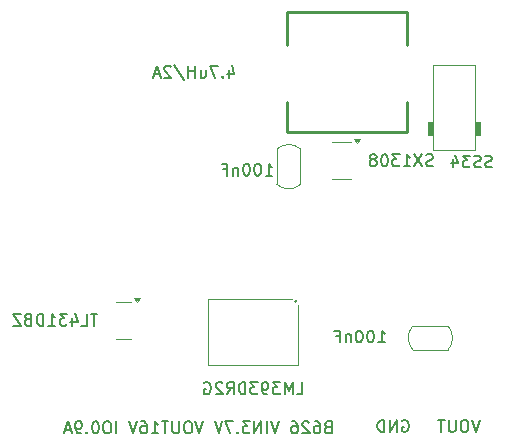
<source format=gbo>
%TF.GenerationSoftware,KiCad,Pcbnew,8.0.5*%
%TF.CreationDate,2024-10-31T21:46:15+08:00*%
%TF.ProjectId,B626_VIN3.7V_VOUT16.5V_IO0.9A,42363236-5f56-4494-9e33-2e37565f564f,rev?*%
%TF.SameCoordinates,Original*%
%TF.FileFunction,Legend,Bot*%
%TF.FilePolarity,Positive*%
%FSLAX46Y46*%
G04 Gerber Fmt 4.6, Leading zero omitted, Abs format (unit mm)*
G04 Created by KiCad (PCBNEW 8.0.5) date 2024-10-31 21:46:15*
%MOMM*%
%LPD*%
G01*
G04 APERTURE LIST*
%ADD10C,0.200000*%
%ADD11C,0.150000*%
%ADD12C,0.254000*%
%ADD13C,0.120000*%
%ADD14C,0.100000*%
G04 APERTURE END LIST*
D10*
X137173183Y-135467219D02*
X136839850Y-136467219D01*
X136839850Y-136467219D02*
X136506517Y-135467219D01*
X135982707Y-135467219D02*
X135792231Y-135467219D01*
X135792231Y-135467219D02*
X135696993Y-135514838D01*
X135696993Y-135514838D02*
X135601755Y-135610076D01*
X135601755Y-135610076D02*
X135554136Y-135800552D01*
X135554136Y-135800552D02*
X135554136Y-136133885D01*
X135554136Y-136133885D02*
X135601755Y-136324361D01*
X135601755Y-136324361D02*
X135696993Y-136419600D01*
X135696993Y-136419600D02*
X135792231Y-136467219D01*
X135792231Y-136467219D02*
X135982707Y-136467219D01*
X135982707Y-136467219D02*
X136077945Y-136419600D01*
X136077945Y-136419600D02*
X136173183Y-136324361D01*
X136173183Y-136324361D02*
X136220802Y-136133885D01*
X136220802Y-136133885D02*
X136220802Y-135800552D01*
X136220802Y-135800552D02*
X136173183Y-135610076D01*
X136173183Y-135610076D02*
X136077945Y-135514838D01*
X136077945Y-135514838D02*
X135982707Y-135467219D01*
X135125564Y-135467219D02*
X135125564Y-136276742D01*
X135125564Y-136276742D02*
X135077945Y-136371980D01*
X135077945Y-136371980D02*
X135030326Y-136419600D01*
X135030326Y-136419600D02*
X134935088Y-136467219D01*
X134935088Y-136467219D02*
X134744612Y-136467219D01*
X134744612Y-136467219D02*
X134649374Y-136419600D01*
X134649374Y-136419600D02*
X134601755Y-136371980D01*
X134601755Y-136371980D02*
X134554136Y-136276742D01*
X134554136Y-136276742D02*
X134554136Y-135467219D01*
X134220802Y-135467219D02*
X133649374Y-135467219D01*
X133935088Y-136467219D02*
X133935088Y-135467219D01*
X130606517Y-135514838D02*
X130701755Y-135467219D01*
X130701755Y-135467219D02*
X130844612Y-135467219D01*
X130844612Y-135467219D02*
X130987469Y-135514838D01*
X130987469Y-135514838D02*
X131082707Y-135610076D01*
X131082707Y-135610076D02*
X131130326Y-135705314D01*
X131130326Y-135705314D02*
X131177945Y-135895790D01*
X131177945Y-135895790D02*
X131177945Y-136038647D01*
X131177945Y-136038647D02*
X131130326Y-136229123D01*
X131130326Y-136229123D02*
X131082707Y-136324361D01*
X131082707Y-136324361D02*
X130987469Y-136419600D01*
X130987469Y-136419600D02*
X130844612Y-136467219D01*
X130844612Y-136467219D02*
X130749374Y-136467219D01*
X130749374Y-136467219D02*
X130606517Y-136419600D01*
X130606517Y-136419600D02*
X130558898Y-136371980D01*
X130558898Y-136371980D02*
X130558898Y-136038647D01*
X130558898Y-136038647D02*
X130749374Y-136038647D01*
X130130326Y-136467219D02*
X130130326Y-135467219D01*
X130130326Y-135467219D02*
X129558898Y-136467219D01*
X129558898Y-136467219D02*
X129558898Y-135467219D01*
X129082707Y-136467219D02*
X129082707Y-135467219D01*
X129082707Y-135467219D02*
X128844612Y-135467219D01*
X128844612Y-135467219D02*
X128701755Y-135514838D01*
X128701755Y-135514838D02*
X128606517Y-135610076D01*
X128606517Y-135610076D02*
X128558898Y-135705314D01*
X128558898Y-135705314D02*
X128511279Y-135895790D01*
X128511279Y-135895790D02*
X128511279Y-136038647D01*
X128511279Y-136038647D02*
X128558898Y-136229123D01*
X128558898Y-136229123D02*
X128606517Y-136324361D01*
X128606517Y-136324361D02*
X128701755Y-136419600D01*
X128701755Y-136419600D02*
X128844612Y-136467219D01*
X128844612Y-136467219D02*
X129082707Y-136467219D01*
X124296993Y-136043409D02*
X124154136Y-136091028D01*
X124154136Y-136091028D02*
X124106517Y-136138647D01*
X124106517Y-136138647D02*
X124058898Y-136233885D01*
X124058898Y-136233885D02*
X124058898Y-136376742D01*
X124058898Y-136376742D02*
X124106517Y-136471980D01*
X124106517Y-136471980D02*
X124154136Y-136519600D01*
X124154136Y-136519600D02*
X124249374Y-136567219D01*
X124249374Y-136567219D02*
X124630326Y-136567219D01*
X124630326Y-136567219D02*
X124630326Y-135567219D01*
X124630326Y-135567219D02*
X124296993Y-135567219D01*
X124296993Y-135567219D02*
X124201755Y-135614838D01*
X124201755Y-135614838D02*
X124154136Y-135662457D01*
X124154136Y-135662457D02*
X124106517Y-135757695D01*
X124106517Y-135757695D02*
X124106517Y-135852933D01*
X124106517Y-135852933D02*
X124154136Y-135948171D01*
X124154136Y-135948171D02*
X124201755Y-135995790D01*
X124201755Y-135995790D02*
X124296993Y-136043409D01*
X124296993Y-136043409D02*
X124630326Y-136043409D01*
X123201755Y-135567219D02*
X123392231Y-135567219D01*
X123392231Y-135567219D02*
X123487469Y-135614838D01*
X123487469Y-135614838D02*
X123535088Y-135662457D01*
X123535088Y-135662457D02*
X123630326Y-135805314D01*
X123630326Y-135805314D02*
X123677945Y-135995790D01*
X123677945Y-135995790D02*
X123677945Y-136376742D01*
X123677945Y-136376742D02*
X123630326Y-136471980D01*
X123630326Y-136471980D02*
X123582707Y-136519600D01*
X123582707Y-136519600D02*
X123487469Y-136567219D01*
X123487469Y-136567219D02*
X123296993Y-136567219D01*
X123296993Y-136567219D02*
X123201755Y-136519600D01*
X123201755Y-136519600D02*
X123154136Y-136471980D01*
X123154136Y-136471980D02*
X123106517Y-136376742D01*
X123106517Y-136376742D02*
X123106517Y-136138647D01*
X123106517Y-136138647D02*
X123154136Y-136043409D01*
X123154136Y-136043409D02*
X123201755Y-135995790D01*
X123201755Y-135995790D02*
X123296993Y-135948171D01*
X123296993Y-135948171D02*
X123487469Y-135948171D01*
X123487469Y-135948171D02*
X123582707Y-135995790D01*
X123582707Y-135995790D02*
X123630326Y-136043409D01*
X123630326Y-136043409D02*
X123677945Y-136138647D01*
X122725564Y-135662457D02*
X122677945Y-135614838D01*
X122677945Y-135614838D02*
X122582707Y-135567219D01*
X122582707Y-135567219D02*
X122344612Y-135567219D01*
X122344612Y-135567219D02*
X122249374Y-135614838D01*
X122249374Y-135614838D02*
X122201755Y-135662457D01*
X122201755Y-135662457D02*
X122154136Y-135757695D01*
X122154136Y-135757695D02*
X122154136Y-135852933D01*
X122154136Y-135852933D02*
X122201755Y-135995790D01*
X122201755Y-135995790D02*
X122773183Y-136567219D01*
X122773183Y-136567219D02*
X122154136Y-136567219D01*
X121296993Y-135567219D02*
X121487469Y-135567219D01*
X121487469Y-135567219D02*
X121582707Y-135614838D01*
X121582707Y-135614838D02*
X121630326Y-135662457D01*
X121630326Y-135662457D02*
X121725564Y-135805314D01*
X121725564Y-135805314D02*
X121773183Y-135995790D01*
X121773183Y-135995790D02*
X121773183Y-136376742D01*
X121773183Y-136376742D02*
X121725564Y-136471980D01*
X121725564Y-136471980D02*
X121677945Y-136519600D01*
X121677945Y-136519600D02*
X121582707Y-136567219D01*
X121582707Y-136567219D02*
X121392231Y-136567219D01*
X121392231Y-136567219D02*
X121296993Y-136519600D01*
X121296993Y-136519600D02*
X121249374Y-136471980D01*
X121249374Y-136471980D02*
X121201755Y-136376742D01*
X121201755Y-136376742D02*
X121201755Y-136138647D01*
X121201755Y-136138647D02*
X121249374Y-136043409D01*
X121249374Y-136043409D02*
X121296993Y-135995790D01*
X121296993Y-135995790D02*
X121392231Y-135948171D01*
X121392231Y-135948171D02*
X121582707Y-135948171D01*
X121582707Y-135948171D02*
X121677945Y-135995790D01*
X121677945Y-135995790D02*
X121725564Y-136043409D01*
X121725564Y-136043409D02*
X121773183Y-136138647D01*
X120154135Y-135567219D02*
X119820802Y-136567219D01*
X119820802Y-136567219D02*
X119487469Y-135567219D01*
X119154135Y-136567219D02*
X119154135Y-135567219D01*
X118677945Y-136567219D02*
X118677945Y-135567219D01*
X118677945Y-135567219D02*
X118106517Y-136567219D01*
X118106517Y-136567219D02*
X118106517Y-135567219D01*
X117725564Y-135567219D02*
X117106517Y-135567219D01*
X117106517Y-135567219D02*
X117439850Y-135948171D01*
X117439850Y-135948171D02*
X117296993Y-135948171D01*
X117296993Y-135948171D02*
X117201755Y-135995790D01*
X117201755Y-135995790D02*
X117154136Y-136043409D01*
X117154136Y-136043409D02*
X117106517Y-136138647D01*
X117106517Y-136138647D02*
X117106517Y-136376742D01*
X117106517Y-136376742D02*
X117154136Y-136471980D01*
X117154136Y-136471980D02*
X117201755Y-136519600D01*
X117201755Y-136519600D02*
X117296993Y-136567219D01*
X117296993Y-136567219D02*
X117582707Y-136567219D01*
X117582707Y-136567219D02*
X117677945Y-136519600D01*
X117677945Y-136519600D02*
X117725564Y-136471980D01*
X116677945Y-136471980D02*
X116630326Y-136519600D01*
X116630326Y-136519600D02*
X116677945Y-136567219D01*
X116677945Y-136567219D02*
X116725564Y-136519600D01*
X116725564Y-136519600D02*
X116677945Y-136471980D01*
X116677945Y-136471980D02*
X116677945Y-136567219D01*
X116296993Y-135567219D02*
X115630327Y-135567219D01*
X115630327Y-135567219D02*
X116058898Y-136567219D01*
X115392231Y-135567219D02*
X115058898Y-136567219D01*
X115058898Y-136567219D02*
X114725565Y-135567219D01*
X113773183Y-135567219D02*
X113439850Y-136567219D01*
X113439850Y-136567219D02*
X113106517Y-135567219D01*
X112582707Y-135567219D02*
X112392231Y-135567219D01*
X112392231Y-135567219D02*
X112296993Y-135614838D01*
X112296993Y-135614838D02*
X112201755Y-135710076D01*
X112201755Y-135710076D02*
X112154136Y-135900552D01*
X112154136Y-135900552D02*
X112154136Y-136233885D01*
X112154136Y-136233885D02*
X112201755Y-136424361D01*
X112201755Y-136424361D02*
X112296993Y-136519600D01*
X112296993Y-136519600D02*
X112392231Y-136567219D01*
X112392231Y-136567219D02*
X112582707Y-136567219D01*
X112582707Y-136567219D02*
X112677945Y-136519600D01*
X112677945Y-136519600D02*
X112773183Y-136424361D01*
X112773183Y-136424361D02*
X112820802Y-136233885D01*
X112820802Y-136233885D02*
X112820802Y-135900552D01*
X112820802Y-135900552D02*
X112773183Y-135710076D01*
X112773183Y-135710076D02*
X112677945Y-135614838D01*
X112677945Y-135614838D02*
X112582707Y-135567219D01*
X111725564Y-135567219D02*
X111725564Y-136376742D01*
X111725564Y-136376742D02*
X111677945Y-136471980D01*
X111677945Y-136471980D02*
X111630326Y-136519600D01*
X111630326Y-136519600D02*
X111535088Y-136567219D01*
X111535088Y-136567219D02*
X111344612Y-136567219D01*
X111344612Y-136567219D02*
X111249374Y-136519600D01*
X111249374Y-136519600D02*
X111201755Y-136471980D01*
X111201755Y-136471980D02*
X111154136Y-136376742D01*
X111154136Y-136376742D02*
X111154136Y-135567219D01*
X110820802Y-135567219D02*
X110249374Y-135567219D01*
X110535088Y-136567219D02*
X110535088Y-135567219D01*
X109392231Y-136567219D02*
X109963659Y-136567219D01*
X109677945Y-136567219D02*
X109677945Y-135567219D01*
X109677945Y-135567219D02*
X109773183Y-135710076D01*
X109773183Y-135710076D02*
X109868421Y-135805314D01*
X109868421Y-135805314D02*
X109963659Y-135852933D01*
X108535088Y-135567219D02*
X108725564Y-135567219D01*
X108725564Y-135567219D02*
X108820802Y-135614838D01*
X108820802Y-135614838D02*
X108868421Y-135662457D01*
X108868421Y-135662457D02*
X108963659Y-135805314D01*
X108963659Y-135805314D02*
X109011278Y-135995790D01*
X109011278Y-135995790D02*
X109011278Y-136376742D01*
X109011278Y-136376742D02*
X108963659Y-136471980D01*
X108963659Y-136471980D02*
X108916040Y-136519600D01*
X108916040Y-136519600D02*
X108820802Y-136567219D01*
X108820802Y-136567219D02*
X108630326Y-136567219D01*
X108630326Y-136567219D02*
X108535088Y-136519600D01*
X108535088Y-136519600D02*
X108487469Y-136471980D01*
X108487469Y-136471980D02*
X108439850Y-136376742D01*
X108439850Y-136376742D02*
X108439850Y-136138647D01*
X108439850Y-136138647D02*
X108487469Y-136043409D01*
X108487469Y-136043409D02*
X108535088Y-135995790D01*
X108535088Y-135995790D02*
X108630326Y-135948171D01*
X108630326Y-135948171D02*
X108820802Y-135948171D01*
X108820802Y-135948171D02*
X108916040Y-135995790D01*
X108916040Y-135995790D02*
X108963659Y-136043409D01*
X108963659Y-136043409D02*
X109011278Y-136138647D01*
X108154135Y-135567219D02*
X107820802Y-136567219D01*
X107820802Y-136567219D02*
X107487469Y-135567219D01*
X106392230Y-136567219D02*
X106392230Y-135567219D01*
X105725564Y-135567219D02*
X105535088Y-135567219D01*
X105535088Y-135567219D02*
X105439850Y-135614838D01*
X105439850Y-135614838D02*
X105344612Y-135710076D01*
X105344612Y-135710076D02*
X105296993Y-135900552D01*
X105296993Y-135900552D02*
X105296993Y-136233885D01*
X105296993Y-136233885D02*
X105344612Y-136424361D01*
X105344612Y-136424361D02*
X105439850Y-136519600D01*
X105439850Y-136519600D02*
X105535088Y-136567219D01*
X105535088Y-136567219D02*
X105725564Y-136567219D01*
X105725564Y-136567219D02*
X105820802Y-136519600D01*
X105820802Y-136519600D02*
X105916040Y-136424361D01*
X105916040Y-136424361D02*
X105963659Y-136233885D01*
X105963659Y-136233885D02*
X105963659Y-135900552D01*
X105963659Y-135900552D02*
X105916040Y-135710076D01*
X105916040Y-135710076D02*
X105820802Y-135614838D01*
X105820802Y-135614838D02*
X105725564Y-135567219D01*
X104677945Y-135567219D02*
X104582707Y-135567219D01*
X104582707Y-135567219D02*
X104487469Y-135614838D01*
X104487469Y-135614838D02*
X104439850Y-135662457D01*
X104439850Y-135662457D02*
X104392231Y-135757695D01*
X104392231Y-135757695D02*
X104344612Y-135948171D01*
X104344612Y-135948171D02*
X104344612Y-136186266D01*
X104344612Y-136186266D02*
X104392231Y-136376742D01*
X104392231Y-136376742D02*
X104439850Y-136471980D01*
X104439850Y-136471980D02*
X104487469Y-136519600D01*
X104487469Y-136519600D02*
X104582707Y-136567219D01*
X104582707Y-136567219D02*
X104677945Y-136567219D01*
X104677945Y-136567219D02*
X104773183Y-136519600D01*
X104773183Y-136519600D02*
X104820802Y-136471980D01*
X104820802Y-136471980D02*
X104868421Y-136376742D01*
X104868421Y-136376742D02*
X104916040Y-136186266D01*
X104916040Y-136186266D02*
X104916040Y-135948171D01*
X104916040Y-135948171D02*
X104868421Y-135757695D01*
X104868421Y-135757695D02*
X104820802Y-135662457D01*
X104820802Y-135662457D02*
X104773183Y-135614838D01*
X104773183Y-135614838D02*
X104677945Y-135567219D01*
X103916040Y-136471980D02*
X103868421Y-136519600D01*
X103868421Y-136519600D02*
X103916040Y-136567219D01*
X103916040Y-136567219D02*
X103963659Y-136519600D01*
X103963659Y-136519600D02*
X103916040Y-136471980D01*
X103916040Y-136471980D02*
X103916040Y-136567219D01*
X103392231Y-136567219D02*
X103201755Y-136567219D01*
X103201755Y-136567219D02*
X103106517Y-136519600D01*
X103106517Y-136519600D02*
X103058898Y-136471980D01*
X103058898Y-136471980D02*
X102963660Y-136329123D01*
X102963660Y-136329123D02*
X102916041Y-136138647D01*
X102916041Y-136138647D02*
X102916041Y-135757695D01*
X102916041Y-135757695D02*
X102963660Y-135662457D01*
X102963660Y-135662457D02*
X103011279Y-135614838D01*
X103011279Y-135614838D02*
X103106517Y-135567219D01*
X103106517Y-135567219D02*
X103296993Y-135567219D01*
X103296993Y-135567219D02*
X103392231Y-135614838D01*
X103392231Y-135614838D02*
X103439850Y-135662457D01*
X103439850Y-135662457D02*
X103487469Y-135757695D01*
X103487469Y-135757695D02*
X103487469Y-135995790D01*
X103487469Y-135995790D02*
X103439850Y-136091028D01*
X103439850Y-136091028D02*
X103392231Y-136138647D01*
X103392231Y-136138647D02*
X103296993Y-136186266D01*
X103296993Y-136186266D02*
X103106517Y-136186266D01*
X103106517Y-136186266D02*
X103011279Y-136138647D01*
X103011279Y-136138647D02*
X102963660Y-136091028D01*
X102963660Y-136091028D02*
X102916041Y-135995790D01*
X102535088Y-136281504D02*
X102058898Y-136281504D01*
X102630326Y-136567219D02*
X102296993Y-135567219D01*
X102296993Y-135567219D02*
X101963660Y-136567219D01*
D11*
X115928571Y-105788152D02*
X115928571Y-106454819D01*
X116166666Y-105407200D02*
X116404761Y-106121485D01*
X116404761Y-106121485D02*
X115785714Y-106121485D01*
X115404761Y-106359580D02*
X115357142Y-106407200D01*
X115357142Y-106407200D02*
X115404761Y-106454819D01*
X115404761Y-106454819D02*
X115452380Y-106407200D01*
X115452380Y-106407200D02*
X115404761Y-106359580D01*
X115404761Y-106359580D02*
X115404761Y-106454819D01*
X115023809Y-105454819D02*
X114357143Y-105454819D01*
X114357143Y-105454819D02*
X114785714Y-106454819D01*
X113547619Y-105788152D02*
X113547619Y-106454819D01*
X113976190Y-105788152D02*
X113976190Y-106311961D01*
X113976190Y-106311961D02*
X113928571Y-106407200D01*
X113928571Y-106407200D02*
X113833333Y-106454819D01*
X113833333Y-106454819D02*
X113690476Y-106454819D01*
X113690476Y-106454819D02*
X113595238Y-106407200D01*
X113595238Y-106407200D02*
X113547619Y-106359580D01*
X113071428Y-106454819D02*
X113071428Y-105454819D01*
X113071428Y-105931009D02*
X112500000Y-105931009D01*
X112500000Y-106454819D02*
X112500000Y-105454819D01*
X111309524Y-105407200D02*
X112166666Y-106692914D01*
X111023809Y-105550057D02*
X110976190Y-105502438D01*
X110976190Y-105502438D02*
X110880952Y-105454819D01*
X110880952Y-105454819D02*
X110642857Y-105454819D01*
X110642857Y-105454819D02*
X110547619Y-105502438D01*
X110547619Y-105502438D02*
X110500000Y-105550057D01*
X110500000Y-105550057D02*
X110452381Y-105645295D01*
X110452381Y-105645295D02*
X110452381Y-105740533D01*
X110452381Y-105740533D02*
X110500000Y-105883390D01*
X110500000Y-105883390D02*
X111071428Y-106454819D01*
X111071428Y-106454819D02*
X110452381Y-106454819D01*
X110071428Y-106169104D02*
X109595238Y-106169104D01*
X110166666Y-106454819D02*
X109833333Y-105454819D01*
X109833333Y-105454819D02*
X109500000Y-106454819D01*
X128587619Y-128874819D02*
X129159047Y-128874819D01*
X128873333Y-128874819D02*
X128873333Y-127874819D01*
X128873333Y-127874819D02*
X128968571Y-128017676D01*
X128968571Y-128017676D02*
X129063809Y-128112914D01*
X129063809Y-128112914D02*
X129159047Y-128160533D01*
X127968571Y-127874819D02*
X127873333Y-127874819D01*
X127873333Y-127874819D02*
X127778095Y-127922438D01*
X127778095Y-127922438D02*
X127730476Y-127970057D01*
X127730476Y-127970057D02*
X127682857Y-128065295D01*
X127682857Y-128065295D02*
X127635238Y-128255771D01*
X127635238Y-128255771D02*
X127635238Y-128493866D01*
X127635238Y-128493866D02*
X127682857Y-128684342D01*
X127682857Y-128684342D02*
X127730476Y-128779580D01*
X127730476Y-128779580D02*
X127778095Y-128827200D01*
X127778095Y-128827200D02*
X127873333Y-128874819D01*
X127873333Y-128874819D02*
X127968571Y-128874819D01*
X127968571Y-128874819D02*
X128063809Y-128827200D01*
X128063809Y-128827200D02*
X128111428Y-128779580D01*
X128111428Y-128779580D02*
X128159047Y-128684342D01*
X128159047Y-128684342D02*
X128206666Y-128493866D01*
X128206666Y-128493866D02*
X128206666Y-128255771D01*
X128206666Y-128255771D02*
X128159047Y-128065295D01*
X128159047Y-128065295D02*
X128111428Y-127970057D01*
X128111428Y-127970057D02*
X128063809Y-127922438D01*
X128063809Y-127922438D02*
X127968571Y-127874819D01*
X127016190Y-127874819D02*
X126920952Y-127874819D01*
X126920952Y-127874819D02*
X126825714Y-127922438D01*
X126825714Y-127922438D02*
X126778095Y-127970057D01*
X126778095Y-127970057D02*
X126730476Y-128065295D01*
X126730476Y-128065295D02*
X126682857Y-128255771D01*
X126682857Y-128255771D02*
X126682857Y-128493866D01*
X126682857Y-128493866D02*
X126730476Y-128684342D01*
X126730476Y-128684342D02*
X126778095Y-128779580D01*
X126778095Y-128779580D02*
X126825714Y-128827200D01*
X126825714Y-128827200D02*
X126920952Y-128874819D01*
X126920952Y-128874819D02*
X127016190Y-128874819D01*
X127016190Y-128874819D02*
X127111428Y-128827200D01*
X127111428Y-128827200D02*
X127159047Y-128779580D01*
X127159047Y-128779580D02*
X127206666Y-128684342D01*
X127206666Y-128684342D02*
X127254285Y-128493866D01*
X127254285Y-128493866D02*
X127254285Y-128255771D01*
X127254285Y-128255771D02*
X127206666Y-128065295D01*
X127206666Y-128065295D02*
X127159047Y-127970057D01*
X127159047Y-127970057D02*
X127111428Y-127922438D01*
X127111428Y-127922438D02*
X127016190Y-127874819D01*
X126254285Y-128208152D02*
X126254285Y-128874819D01*
X126254285Y-128303390D02*
X126206666Y-128255771D01*
X126206666Y-128255771D02*
X126111428Y-128208152D01*
X126111428Y-128208152D02*
X125968571Y-128208152D01*
X125968571Y-128208152D02*
X125873333Y-128255771D01*
X125873333Y-128255771D02*
X125825714Y-128351009D01*
X125825714Y-128351009D02*
X125825714Y-128874819D01*
X125016190Y-128351009D02*
X125349523Y-128351009D01*
X125349523Y-128874819D02*
X125349523Y-127874819D01*
X125349523Y-127874819D02*
X124873333Y-127874819D01*
X104795237Y-126454819D02*
X104223809Y-126454819D01*
X104509523Y-127454819D02*
X104509523Y-126454819D01*
X103414285Y-127454819D02*
X103890475Y-127454819D01*
X103890475Y-127454819D02*
X103890475Y-126454819D01*
X102652380Y-126788152D02*
X102652380Y-127454819D01*
X102890475Y-126407200D02*
X103128570Y-127121485D01*
X103128570Y-127121485D02*
X102509523Y-127121485D01*
X102223808Y-126454819D02*
X101604761Y-126454819D01*
X101604761Y-126454819D02*
X101938094Y-126835771D01*
X101938094Y-126835771D02*
X101795237Y-126835771D01*
X101795237Y-126835771D02*
X101699999Y-126883390D01*
X101699999Y-126883390D02*
X101652380Y-126931009D01*
X101652380Y-126931009D02*
X101604761Y-127026247D01*
X101604761Y-127026247D02*
X101604761Y-127264342D01*
X101604761Y-127264342D02*
X101652380Y-127359580D01*
X101652380Y-127359580D02*
X101699999Y-127407200D01*
X101699999Y-127407200D02*
X101795237Y-127454819D01*
X101795237Y-127454819D02*
X102080951Y-127454819D01*
X102080951Y-127454819D02*
X102176189Y-127407200D01*
X102176189Y-127407200D02*
X102223808Y-127359580D01*
X100652380Y-127454819D02*
X101223808Y-127454819D01*
X100938094Y-127454819D02*
X100938094Y-126454819D01*
X100938094Y-126454819D02*
X101033332Y-126597676D01*
X101033332Y-126597676D02*
X101128570Y-126692914D01*
X101128570Y-126692914D02*
X101223808Y-126740533D01*
X100223808Y-127454819D02*
X100223808Y-126454819D01*
X100223808Y-126454819D02*
X99985713Y-126454819D01*
X99985713Y-126454819D02*
X99842856Y-126502438D01*
X99842856Y-126502438D02*
X99747618Y-126597676D01*
X99747618Y-126597676D02*
X99699999Y-126692914D01*
X99699999Y-126692914D02*
X99652380Y-126883390D01*
X99652380Y-126883390D02*
X99652380Y-127026247D01*
X99652380Y-127026247D02*
X99699999Y-127216723D01*
X99699999Y-127216723D02*
X99747618Y-127311961D01*
X99747618Y-127311961D02*
X99842856Y-127407200D01*
X99842856Y-127407200D02*
X99985713Y-127454819D01*
X99985713Y-127454819D02*
X100223808Y-127454819D01*
X98890475Y-126931009D02*
X98747618Y-126978628D01*
X98747618Y-126978628D02*
X98699999Y-127026247D01*
X98699999Y-127026247D02*
X98652380Y-127121485D01*
X98652380Y-127121485D02*
X98652380Y-127264342D01*
X98652380Y-127264342D02*
X98699999Y-127359580D01*
X98699999Y-127359580D02*
X98747618Y-127407200D01*
X98747618Y-127407200D02*
X98842856Y-127454819D01*
X98842856Y-127454819D02*
X99223808Y-127454819D01*
X99223808Y-127454819D02*
X99223808Y-126454819D01*
X99223808Y-126454819D02*
X98890475Y-126454819D01*
X98890475Y-126454819D02*
X98795237Y-126502438D01*
X98795237Y-126502438D02*
X98747618Y-126550057D01*
X98747618Y-126550057D02*
X98699999Y-126645295D01*
X98699999Y-126645295D02*
X98699999Y-126740533D01*
X98699999Y-126740533D02*
X98747618Y-126835771D01*
X98747618Y-126835771D02*
X98795237Y-126883390D01*
X98795237Y-126883390D02*
X98890475Y-126931009D01*
X98890475Y-126931009D02*
X99223808Y-126931009D01*
X98319046Y-126454819D02*
X97652380Y-126454819D01*
X97652380Y-126454819D02*
X98319046Y-127454819D01*
X98319046Y-127454819D02*
X97652380Y-127454819D01*
X121666666Y-133254819D02*
X122142856Y-133254819D01*
X122142856Y-133254819D02*
X122142856Y-132254819D01*
X121333332Y-133254819D02*
X121333332Y-132254819D01*
X121333332Y-132254819D02*
X120999999Y-132969104D01*
X120999999Y-132969104D02*
X120666666Y-132254819D01*
X120666666Y-132254819D02*
X120666666Y-133254819D01*
X120285713Y-132254819D02*
X119666666Y-132254819D01*
X119666666Y-132254819D02*
X119999999Y-132635771D01*
X119999999Y-132635771D02*
X119857142Y-132635771D01*
X119857142Y-132635771D02*
X119761904Y-132683390D01*
X119761904Y-132683390D02*
X119714285Y-132731009D01*
X119714285Y-132731009D02*
X119666666Y-132826247D01*
X119666666Y-132826247D02*
X119666666Y-133064342D01*
X119666666Y-133064342D02*
X119714285Y-133159580D01*
X119714285Y-133159580D02*
X119761904Y-133207200D01*
X119761904Y-133207200D02*
X119857142Y-133254819D01*
X119857142Y-133254819D02*
X120142856Y-133254819D01*
X120142856Y-133254819D02*
X120238094Y-133207200D01*
X120238094Y-133207200D02*
X120285713Y-133159580D01*
X119190475Y-133254819D02*
X118999999Y-133254819D01*
X118999999Y-133254819D02*
X118904761Y-133207200D01*
X118904761Y-133207200D02*
X118857142Y-133159580D01*
X118857142Y-133159580D02*
X118761904Y-133016723D01*
X118761904Y-133016723D02*
X118714285Y-132826247D01*
X118714285Y-132826247D02*
X118714285Y-132445295D01*
X118714285Y-132445295D02*
X118761904Y-132350057D01*
X118761904Y-132350057D02*
X118809523Y-132302438D01*
X118809523Y-132302438D02*
X118904761Y-132254819D01*
X118904761Y-132254819D02*
X119095237Y-132254819D01*
X119095237Y-132254819D02*
X119190475Y-132302438D01*
X119190475Y-132302438D02*
X119238094Y-132350057D01*
X119238094Y-132350057D02*
X119285713Y-132445295D01*
X119285713Y-132445295D02*
X119285713Y-132683390D01*
X119285713Y-132683390D02*
X119238094Y-132778628D01*
X119238094Y-132778628D02*
X119190475Y-132826247D01*
X119190475Y-132826247D02*
X119095237Y-132873866D01*
X119095237Y-132873866D02*
X118904761Y-132873866D01*
X118904761Y-132873866D02*
X118809523Y-132826247D01*
X118809523Y-132826247D02*
X118761904Y-132778628D01*
X118761904Y-132778628D02*
X118714285Y-132683390D01*
X118380951Y-132254819D02*
X117761904Y-132254819D01*
X117761904Y-132254819D02*
X118095237Y-132635771D01*
X118095237Y-132635771D02*
X117952380Y-132635771D01*
X117952380Y-132635771D02*
X117857142Y-132683390D01*
X117857142Y-132683390D02*
X117809523Y-132731009D01*
X117809523Y-132731009D02*
X117761904Y-132826247D01*
X117761904Y-132826247D02*
X117761904Y-133064342D01*
X117761904Y-133064342D02*
X117809523Y-133159580D01*
X117809523Y-133159580D02*
X117857142Y-133207200D01*
X117857142Y-133207200D02*
X117952380Y-133254819D01*
X117952380Y-133254819D02*
X118238094Y-133254819D01*
X118238094Y-133254819D02*
X118333332Y-133207200D01*
X118333332Y-133207200D02*
X118380951Y-133159580D01*
X117333332Y-133254819D02*
X117333332Y-132254819D01*
X117333332Y-132254819D02*
X117095237Y-132254819D01*
X117095237Y-132254819D02*
X116952380Y-132302438D01*
X116952380Y-132302438D02*
X116857142Y-132397676D01*
X116857142Y-132397676D02*
X116809523Y-132492914D01*
X116809523Y-132492914D02*
X116761904Y-132683390D01*
X116761904Y-132683390D02*
X116761904Y-132826247D01*
X116761904Y-132826247D02*
X116809523Y-133016723D01*
X116809523Y-133016723D02*
X116857142Y-133111961D01*
X116857142Y-133111961D02*
X116952380Y-133207200D01*
X116952380Y-133207200D02*
X117095237Y-133254819D01*
X117095237Y-133254819D02*
X117333332Y-133254819D01*
X115761904Y-133254819D02*
X116095237Y-132778628D01*
X116333332Y-133254819D02*
X116333332Y-132254819D01*
X116333332Y-132254819D02*
X115952380Y-132254819D01*
X115952380Y-132254819D02*
X115857142Y-132302438D01*
X115857142Y-132302438D02*
X115809523Y-132350057D01*
X115809523Y-132350057D02*
X115761904Y-132445295D01*
X115761904Y-132445295D02*
X115761904Y-132588152D01*
X115761904Y-132588152D02*
X115809523Y-132683390D01*
X115809523Y-132683390D02*
X115857142Y-132731009D01*
X115857142Y-132731009D02*
X115952380Y-132778628D01*
X115952380Y-132778628D02*
X116333332Y-132778628D01*
X115380951Y-132350057D02*
X115333332Y-132302438D01*
X115333332Y-132302438D02*
X115238094Y-132254819D01*
X115238094Y-132254819D02*
X114999999Y-132254819D01*
X114999999Y-132254819D02*
X114904761Y-132302438D01*
X114904761Y-132302438D02*
X114857142Y-132350057D01*
X114857142Y-132350057D02*
X114809523Y-132445295D01*
X114809523Y-132445295D02*
X114809523Y-132540533D01*
X114809523Y-132540533D02*
X114857142Y-132683390D01*
X114857142Y-132683390D02*
X115428570Y-133254819D01*
X115428570Y-133254819D02*
X114809523Y-133254819D01*
X113857142Y-132302438D02*
X113952380Y-132254819D01*
X113952380Y-132254819D02*
X114095237Y-132254819D01*
X114095237Y-132254819D02*
X114238094Y-132302438D01*
X114238094Y-132302438D02*
X114333332Y-132397676D01*
X114333332Y-132397676D02*
X114380951Y-132492914D01*
X114380951Y-132492914D02*
X114428570Y-132683390D01*
X114428570Y-132683390D02*
X114428570Y-132826247D01*
X114428570Y-132826247D02*
X114380951Y-133016723D01*
X114380951Y-133016723D02*
X114333332Y-133111961D01*
X114333332Y-133111961D02*
X114238094Y-133207200D01*
X114238094Y-133207200D02*
X114095237Y-133254819D01*
X114095237Y-133254819D02*
X113999999Y-133254819D01*
X113999999Y-133254819D02*
X113857142Y-133207200D01*
X113857142Y-133207200D02*
X113809523Y-133159580D01*
X113809523Y-133159580D02*
X113809523Y-132826247D01*
X113809523Y-132826247D02*
X113999999Y-132826247D01*
X133201666Y-113907200D02*
X133058809Y-113954819D01*
X133058809Y-113954819D02*
X132820714Y-113954819D01*
X132820714Y-113954819D02*
X132725476Y-113907200D01*
X132725476Y-113907200D02*
X132677857Y-113859580D01*
X132677857Y-113859580D02*
X132630238Y-113764342D01*
X132630238Y-113764342D02*
X132630238Y-113669104D01*
X132630238Y-113669104D02*
X132677857Y-113573866D01*
X132677857Y-113573866D02*
X132725476Y-113526247D01*
X132725476Y-113526247D02*
X132820714Y-113478628D01*
X132820714Y-113478628D02*
X133011190Y-113431009D01*
X133011190Y-113431009D02*
X133106428Y-113383390D01*
X133106428Y-113383390D02*
X133154047Y-113335771D01*
X133154047Y-113335771D02*
X133201666Y-113240533D01*
X133201666Y-113240533D02*
X133201666Y-113145295D01*
X133201666Y-113145295D02*
X133154047Y-113050057D01*
X133154047Y-113050057D02*
X133106428Y-113002438D01*
X133106428Y-113002438D02*
X133011190Y-112954819D01*
X133011190Y-112954819D02*
X132773095Y-112954819D01*
X132773095Y-112954819D02*
X132630238Y-113002438D01*
X132296904Y-112954819D02*
X131630238Y-113954819D01*
X131630238Y-112954819D02*
X132296904Y-113954819D01*
X130725476Y-113954819D02*
X131296904Y-113954819D01*
X131011190Y-113954819D02*
X131011190Y-112954819D01*
X131011190Y-112954819D02*
X131106428Y-113097676D01*
X131106428Y-113097676D02*
X131201666Y-113192914D01*
X131201666Y-113192914D02*
X131296904Y-113240533D01*
X130392142Y-112954819D02*
X129773095Y-112954819D01*
X129773095Y-112954819D02*
X130106428Y-113335771D01*
X130106428Y-113335771D02*
X129963571Y-113335771D01*
X129963571Y-113335771D02*
X129868333Y-113383390D01*
X129868333Y-113383390D02*
X129820714Y-113431009D01*
X129820714Y-113431009D02*
X129773095Y-113526247D01*
X129773095Y-113526247D02*
X129773095Y-113764342D01*
X129773095Y-113764342D02*
X129820714Y-113859580D01*
X129820714Y-113859580D02*
X129868333Y-113907200D01*
X129868333Y-113907200D02*
X129963571Y-113954819D01*
X129963571Y-113954819D02*
X130249285Y-113954819D01*
X130249285Y-113954819D02*
X130344523Y-113907200D01*
X130344523Y-113907200D02*
X130392142Y-113859580D01*
X129154047Y-112954819D02*
X129058809Y-112954819D01*
X129058809Y-112954819D02*
X128963571Y-113002438D01*
X128963571Y-113002438D02*
X128915952Y-113050057D01*
X128915952Y-113050057D02*
X128868333Y-113145295D01*
X128868333Y-113145295D02*
X128820714Y-113335771D01*
X128820714Y-113335771D02*
X128820714Y-113573866D01*
X128820714Y-113573866D02*
X128868333Y-113764342D01*
X128868333Y-113764342D02*
X128915952Y-113859580D01*
X128915952Y-113859580D02*
X128963571Y-113907200D01*
X128963571Y-113907200D02*
X129058809Y-113954819D01*
X129058809Y-113954819D02*
X129154047Y-113954819D01*
X129154047Y-113954819D02*
X129249285Y-113907200D01*
X129249285Y-113907200D02*
X129296904Y-113859580D01*
X129296904Y-113859580D02*
X129344523Y-113764342D01*
X129344523Y-113764342D02*
X129392142Y-113573866D01*
X129392142Y-113573866D02*
X129392142Y-113335771D01*
X129392142Y-113335771D02*
X129344523Y-113145295D01*
X129344523Y-113145295D02*
X129296904Y-113050057D01*
X129296904Y-113050057D02*
X129249285Y-113002438D01*
X129249285Y-113002438D02*
X129154047Y-112954819D01*
X128249285Y-113383390D02*
X128344523Y-113335771D01*
X128344523Y-113335771D02*
X128392142Y-113288152D01*
X128392142Y-113288152D02*
X128439761Y-113192914D01*
X128439761Y-113192914D02*
X128439761Y-113145295D01*
X128439761Y-113145295D02*
X128392142Y-113050057D01*
X128392142Y-113050057D02*
X128344523Y-113002438D01*
X128344523Y-113002438D02*
X128249285Y-112954819D01*
X128249285Y-112954819D02*
X128058809Y-112954819D01*
X128058809Y-112954819D02*
X127963571Y-113002438D01*
X127963571Y-113002438D02*
X127915952Y-113050057D01*
X127915952Y-113050057D02*
X127868333Y-113145295D01*
X127868333Y-113145295D02*
X127868333Y-113192914D01*
X127868333Y-113192914D02*
X127915952Y-113288152D01*
X127915952Y-113288152D02*
X127963571Y-113335771D01*
X127963571Y-113335771D02*
X128058809Y-113383390D01*
X128058809Y-113383390D02*
X128249285Y-113383390D01*
X128249285Y-113383390D02*
X128344523Y-113431009D01*
X128344523Y-113431009D02*
X128392142Y-113478628D01*
X128392142Y-113478628D02*
X128439761Y-113573866D01*
X128439761Y-113573866D02*
X128439761Y-113764342D01*
X128439761Y-113764342D02*
X128392142Y-113859580D01*
X128392142Y-113859580D02*
X128344523Y-113907200D01*
X128344523Y-113907200D02*
X128249285Y-113954819D01*
X128249285Y-113954819D02*
X128058809Y-113954819D01*
X128058809Y-113954819D02*
X127963571Y-113907200D01*
X127963571Y-113907200D02*
X127915952Y-113859580D01*
X127915952Y-113859580D02*
X127868333Y-113764342D01*
X127868333Y-113764342D02*
X127868333Y-113573866D01*
X127868333Y-113573866D02*
X127915952Y-113478628D01*
X127915952Y-113478628D02*
X127963571Y-113431009D01*
X127963571Y-113431009D02*
X128058809Y-113383390D01*
X138214285Y-114007200D02*
X138071428Y-114054819D01*
X138071428Y-114054819D02*
X137833333Y-114054819D01*
X137833333Y-114054819D02*
X137738095Y-114007200D01*
X137738095Y-114007200D02*
X137690476Y-113959580D01*
X137690476Y-113959580D02*
X137642857Y-113864342D01*
X137642857Y-113864342D02*
X137642857Y-113769104D01*
X137642857Y-113769104D02*
X137690476Y-113673866D01*
X137690476Y-113673866D02*
X137738095Y-113626247D01*
X137738095Y-113626247D02*
X137833333Y-113578628D01*
X137833333Y-113578628D02*
X138023809Y-113531009D01*
X138023809Y-113531009D02*
X138119047Y-113483390D01*
X138119047Y-113483390D02*
X138166666Y-113435771D01*
X138166666Y-113435771D02*
X138214285Y-113340533D01*
X138214285Y-113340533D02*
X138214285Y-113245295D01*
X138214285Y-113245295D02*
X138166666Y-113150057D01*
X138166666Y-113150057D02*
X138119047Y-113102438D01*
X138119047Y-113102438D02*
X138023809Y-113054819D01*
X138023809Y-113054819D02*
X137785714Y-113054819D01*
X137785714Y-113054819D02*
X137642857Y-113102438D01*
X137261904Y-114007200D02*
X137119047Y-114054819D01*
X137119047Y-114054819D02*
X136880952Y-114054819D01*
X136880952Y-114054819D02*
X136785714Y-114007200D01*
X136785714Y-114007200D02*
X136738095Y-113959580D01*
X136738095Y-113959580D02*
X136690476Y-113864342D01*
X136690476Y-113864342D02*
X136690476Y-113769104D01*
X136690476Y-113769104D02*
X136738095Y-113673866D01*
X136738095Y-113673866D02*
X136785714Y-113626247D01*
X136785714Y-113626247D02*
X136880952Y-113578628D01*
X136880952Y-113578628D02*
X137071428Y-113531009D01*
X137071428Y-113531009D02*
X137166666Y-113483390D01*
X137166666Y-113483390D02*
X137214285Y-113435771D01*
X137214285Y-113435771D02*
X137261904Y-113340533D01*
X137261904Y-113340533D02*
X137261904Y-113245295D01*
X137261904Y-113245295D02*
X137214285Y-113150057D01*
X137214285Y-113150057D02*
X137166666Y-113102438D01*
X137166666Y-113102438D02*
X137071428Y-113054819D01*
X137071428Y-113054819D02*
X136833333Y-113054819D01*
X136833333Y-113054819D02*
X136690476Y-113102438D01*
X136357142Y-113054819D02*
X135738095Y-113054819D01*
X135738095Y-113054819D02*
X136071428Y-113435771D01*
X136071428Y-113435771D02*
X135928571Y-113435771D01*
X135928571Y-113435771D02*
X135833333Y-113483390D01*
X135833333Y-113483390D02*
X135785714Y-113531009D01*
X135785714Y-113531009D02*
X135738095Y-113626247D01*
X135738095Y-113626247D02*
X135738095Y-113864342D01*
X135738095Y-113864342D02*
X135785714Y-113959580D01*
X135785714Y-113959580D02*
X135833333Y-114007200D01*
X135833333Y-114007200D02*
X135928571Y-114054819D01*
X135928571Y-114054819D02*
X136214285Y-114054819D01*
X136214285Y-114054819D02*
X136309523Y-114007200D01*
X136309523Y-114007200D02*
X136357142Y-113959580D01*
X134880952Y-113388152D02*
X134880952Y-114054819D01*
X135119047Y-113007200D02*
X135357142Y-113721485D01*
X135357142Y-113721485D02*
X134738095Y-113721485D01*
X119047619Y-114754819D02*
X119619047Y-114754819D01*
X119333333Y-114754819D02*
X119333333Y-113754819D01*
X119333333Y-113754819D02*
X119428571Y-113897676D01*
X119428571Y-113897676D02*
X119523809Y-113992914D01*
X119523809Y-113992914D02*
X119619047Y-114040533D01*
X118428571Y-113754819D02*
X118333333Y-113754819D01*
X118333333Y-113754819D02*
X118238095Y-113802438D01*
X118238095Y-113802438D02*
X118190476Y-113850057D01*
X118190476Y-113850057D02*
X118142857Y-113945295D01*
X118142857Y-113945295D02*
X118095238Y-114135771D01*
X118095238Y-114135771D02*
X118095238Y-114373866D01*
X118095238Y-114373866D02*
X118142857Y-114564342D01*
X118142857Y-114564342D02*
X118190476Y-114659580D01*
X118190476Y-114659580D02*
X118238095Y-114707200D01*
X118238095Y-114707200D02*
X118333333Y-114754819D01*
X118333333Y-114754819D02*
X118428571Y-114754819D01*
X118428571Y-114754819D02*
X118523809Y-114707200D01*
X118523809Y-114707200D02*
X118571428Y-114659580D01*
X118571428Y-114659580D02*
X118619047Y-114564342D01*
X118619047Y-114564342D02*
X118666666Y-114373866D01*
X118666666Y-114373866D02*
X118666666Y-114135771D01*
X118666666Y-114135771D02*
X118619047Y-113945295D01*
X118619047Y-113945295D02*
X118571428Y-113850057D01*
X118571428Y-113850057D02*
X118523809Y-113802438D01*
X118523809Y-113802438D02*
X118428571Y-113754819D01*
X117476190Y-113754819D02*
X117380952Y-113754819D01*
X117380952Y-113754819D02*
X117285714Y-113802438D01*
X117285714Y-113802438D02*
X117238095Y-113850057D01*
X117238095Y-113850057D02*
X117190476Y-113945295D01*
X117190476Y-113945295D02*
X117142857Y-114135771D01*
X117142857Y-114135771D02*
X117142857Y-114373866D01*
X117142857Y-114373866D02*
X117190476Y-114564342D01*
X117190476Y-114564342D02*
X117238095Y-114659580D01*
X117238095Y-114659580D02*
X117285714Y-114707200D01*
X117285714Y-114707200D02*
X117380952Y-114754819D01*
X117380952Y-114754819D02*
X117476190Y-114754819D01*
X117476190Y-114754819D02*
X117571428Y-114707200D01*
X117571428Y-114707200D02*
X117619047Y-114659580D01*
X117619047Y-114659580D02*
X117666666Y-114564342D01*
X117666666Y-114564342D02*
X117714285Y-114373866D01*
X117714285Y-114373866D02*
X117714285Y-114135771D01*
X117714285Y-114135771D02*
X117666666Y-113945295D01*
X117666666Y-113945295D02*
X117619047Y-113850057D01*
X117619047Y-113850057D02*
X117571428Y-113802438D01*
X117571428Y-113802438D02*
X117476190Y-113754819D01*
X116714285Y-114088152D02*
X116714285Y-114754819D01*
X116714285Y-114183390D02*
X116666666Y-114135771D01*
X116666666Y-114135771D02*
X116571428Y-114088152D01*
X116571428Y-114088152D02*
X116428571Y-114088152D01*
X116428571Y-114088152D02*
X116333333Y-114135771D01*
X116333333Y-114135771D02*
X116285714Y-114231009D01*
X116285714Y-114231009D02*
X116285714Y-114754819D01*
X115476190Y-114231009D02*
X115809523Y-114231009D01*
X115809523Y-114754819D02*
X115809523Y-113754819D01*
X115809523Y-113754819D02*
X115333333Y-113754819D01*
D12*
%TO.C,L1*%
X120870000Y-100920000D02*
X120870000Y-103714000D01*
X120870000Y-108540000D02*
X120870000Y-111080000D01*
X131030000Y-100920000D02*
X120870000Y-100920000D01*
X131030000Y-103714000D02*
X131030000Y-100920000D01*
X131030000Y-108540000D02*
X131030000Y-111080000D01*
X131030000Y-111080000D02*
X120870000Y-111080000D01*
D13*
%TO.C,C13*%
X131500000Y-129500000D02*
X134500000Y-129500000D01*
X134500000Y-127500000D02*
X131500000Y-127500000D01*
X131500000Y-129500000D02*
G75*
G02*
X131500000Y-127500000I1122254J1000000D01*
G01*
X134500000Y-127500000D02*
G75*
G02*
X134500000Y-129500000I-1122254J-1000000D01*
G01*
%TO.C,U3*%
X106350000Y-125440000D02*
X107000000Y-125440000D01*
X106350000Y-128560000D02*
X107000000Y-128560000D01*
X107650000Y-125440000D02*
X107000000Y-125440000D01*
X107650000Y-128560000D02*
X107000000Y-128560000D01*
X108162500Y-125490000D02*
X107922500Y-125160000D01*
X108402500Y-125160000D01*
X108162500Y-125490000D01*
G36*
X108162500Y-125490000D02*
G01*
X107922500Y-125160000D01*
X108402500Y-125160000D01*
X108162500Y-125490000D01*
G37*
%TO.C,U4*%
X114200000Y-125200000D02*
X114200000Y-130800000D01*
X114200000Y-130800000D02*
X121800000Y-130800000D01*
X121300000Y-125200000D02*
X114200000Y-125200000D01*
X121800000Y-130800000D02*
X121800000Y-125700000D01*
D10*
X121663500Y-125400000D02*
G75*
G02*
X121536500Y-125400000I-63500J0D01*
G01*
X121536500Y-125400000D02*
G75*
G02*
X121663500Y-125400000I63500J0D01*
G01*
D13*
%TO.C,U2*%
X124700000Y-111940000D02*
X125500000Y-111940000D01*
X124700000Y-115060000D02*
X125500000Y-115060000D01*
X126300000Y-111940000D02*
X125500000Y-111940000D01*
X126300000Y-115060000D02*
X125500000Y-115060000D01*
X126800000Y-111990000D02*
X126560000Y-111660000D01*
X127040000Y-111660000D01*
X126800000Y-111990000D01*
G36*
X126800000Y-111990000D02*
G01*
X126560000Y-111660000D01*
X127040000Y-111660000D01*
X126800000Y-111990000D01*
G37*
%TO.C,D1*%
X133200000Y-105400000D02*
X133200000Y-112600000D01*
X133200000Y-112600000D02*
X136800000Y-112600000D01*
X136800000Y-105400000D02*
X133200000Y-105400000D01*
X136800000Y-112600000D02*
X136800000Y-105400000D01*
D14*
X133200000Y-111300000D02*
X132800000Y-111300000D01*
X132800000Y-110200000D01*
X133200000Y-110200000D01*
X133200000Y-111300000D01*
G36*
X133200000Y-111300000D02*
G01*
X132800000Y-111300000D01*
X132800000Y-110200000D01*
X133200000Y-110200000D01*
X133200000Y-111300000D01*
G37*
X137200000Y-111300000D02*
X136800000Y-111300000D01*
X136800000Y-110200000D01*
X137200000Y-110200000D01*
X137200000Y-111300000D01*
G36*
X137200000Y-111300000D02*
G01*
X136800000Y-111300000D01*
X136800000Y-110200000D01*
X137200000Y-110200000D01*
X137200000Y-111300000D01*
G37*
D13*
%TO.C,C3*%
X120000000Y-112500000D02*
X120000000Y-115500000D01*
X122000000Y-115500000D02*
X122000000Y-112500000D01*
X120000000Y-112500000D02*
G75*
G02*
X122000000Y-112500000I1000000J-1122254D01*
G01*
X122000000Y-115500000D02*
G75*
G02*
X120000000Y-115500000I-1000000J1122254D01*
G01*
%TD*%
M02*

</source>
